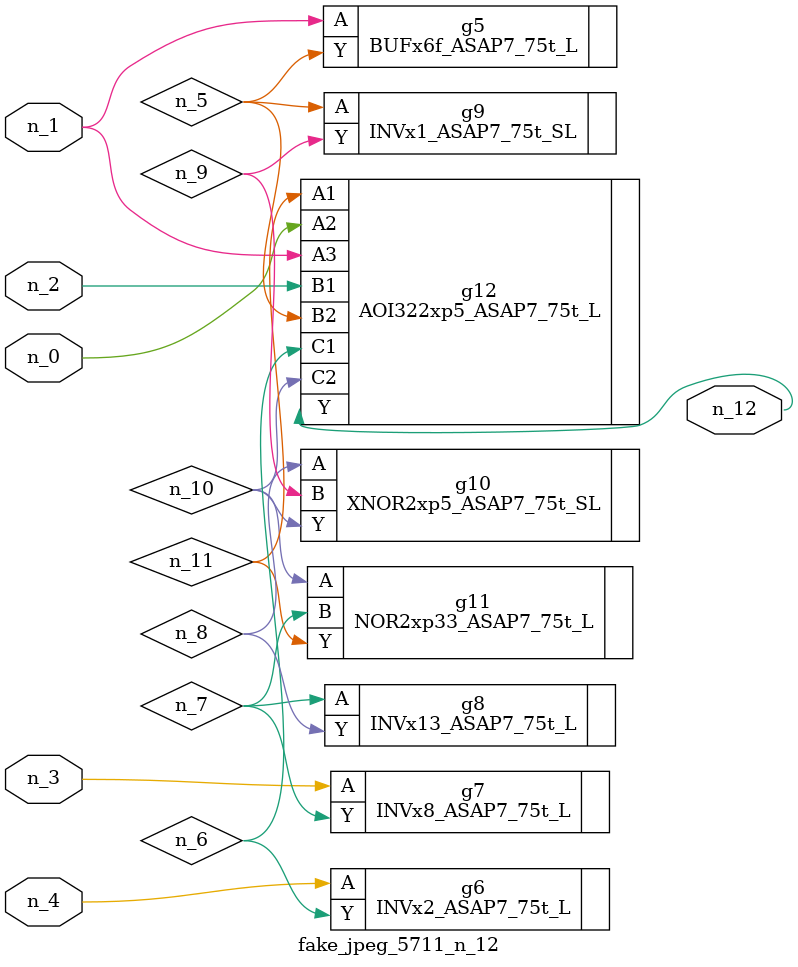
<source format=v>
module fake_jpeg_5711_n_12 (n_3, n_2, n_1, n_0, n_4, n_12);

input n_3;
input n_2;
input n_1;
input n_0;
input n_4;

output n_12;

wire n_11;
wire n_10;
wire n_8;
wire n_9;
wire n_6;
wire n_5;
wire n_7;

BUFx6f_ASAP7_75t_L g5 ( 
.A(n_1),
.Y(n_5)
);

INVx2_ASAP7_75t_L g6 ( 
.A(n_4),
.Y(n_6)
);

INVx8_ASAP7_75t_L g7 ( 
.A(n_3),
.Y(n_7)
);

INVx13_ASAP7_75t_L g8 ( 
.A(n_7),
.Y(n_8)
);

XNOR2xp5_ASAP7_75t_SL g10 ( 
.A(n_8),
.B(n_9),
.Y(n_10)
);

INVx1_ASAP7_75t_SL g9 ( 
.A(n_5),
.Y(n_9)
);

NOR2xp33_ASAP7_75t_L g11 ( 
.A(n_10),
.B(n_7),
.Y(n_11)
);

AOI322xp5_ASAP7_75t_L g12 ( 
.A1(n_11),
.A2(n_0),
.A3(n_1),
.B1(n_2),
.B2(n_5),
.C1(n_6),
.C2(n_10),
.Y(n_12)
);


endmodule
</source>
